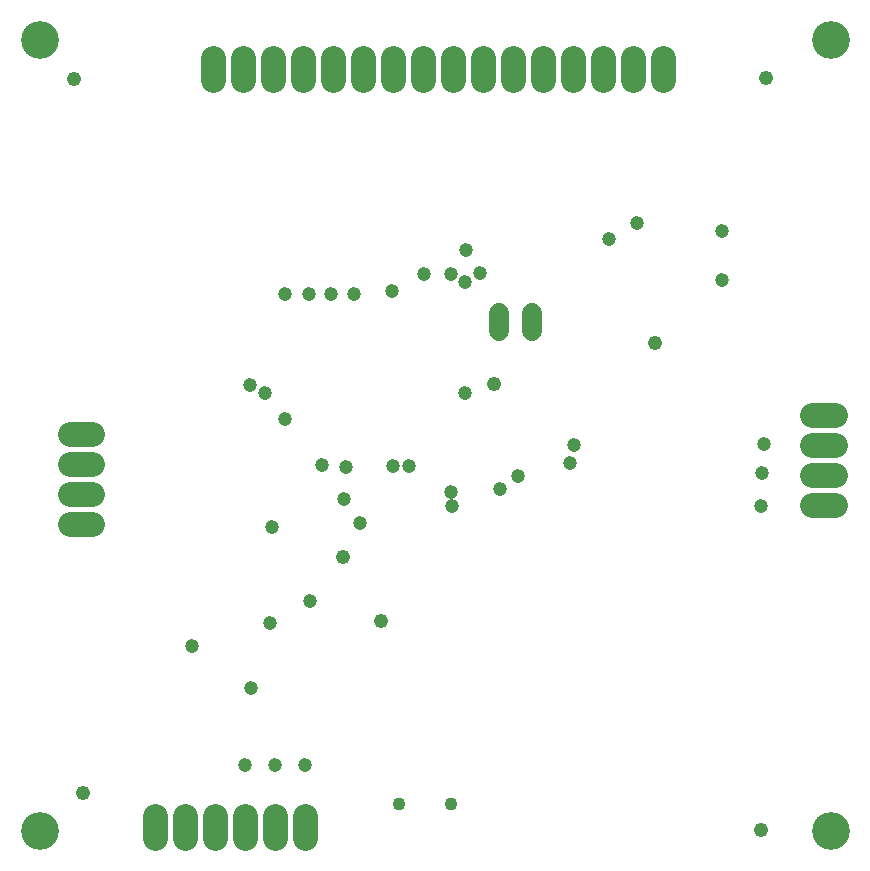
<source format=gbs>
G75*
%MOIN*%
%OFA0B0*%
%FSLAX25Y25*%
%IPPOS*%
%LPD*%
%AMOC8*
5,1,8,0,0,1.08239X$1,22.5*
%
%ADD10C,0.12611*%
%ADD11C,0.08200*%
%ADD12C,0.04343*%
%ADD13C,0.06800*%
%ADD14C,0.04762*%
%ADD15C,0.04700*%
D10*
X0024528Y0020985D03*
X0288308Y0020985D03*
X0288308Y0284765D03*
X0024528Y0284765D03*
D11*
X0082245Y0278661D02*
X0082245Y0271261D01*
X0092245Y0271261D02*
X0092245Y0278661D01*
X0102245Y0278661D02*
X0102245Y0271261D01*
X0112245Y0271261D02*
X0112245Y0278661D01*
X0122245Y0278661D02*
X0122245Y0271261D01*
X0132245Y0271261D02*
X0132245Y0278661D01*
X0142245Y0278661D02*
X0142245Y0271261D01*
X0152245Y0271261D02*
X0152245Y0278661D01*
X0162245Y0278661D02*
X0162245Y0271261D01*
X0172245Y0271261D02*
X0172245Y0278661D01*
X0182245Y0278661D02*
X0182245Y0271261D01*
X0192245Y0271261D02*
X0192245Y0278661D01*
X0202245Y0278661D02*
X0202245Y0271261D01*
X0212245Y0271261D02*
X0212245Y0278661D01*
X0222245Y0278661D02*
X0222245Y0271261D01*
X0232245Y0271261D02*
X0232245Y0278661D01*
X0282128Y0159765D02*
X0289528Y0159765D01*
X0289528Y0149765D02*
X0282128Y0149765D01*
X0282128Y0139765D02*
X0289528Y0139765D01*
X0289528Y0129765D02*
X0282128Y0129765D01*
X0112875Y0026142D02*
X0112875Y0018742D01*
X0102875Y0018742D02*
X0102875Y0026142D01*
X0092875Y0026142D02*
X0092875Y0018742D01*
X0082875Y0018742D02*
X0082875Y0026142D01*
X0072875Y0026142D02*
X0072875Y0018742D01*
X0062875Y0018742D02*
X0062875Y0026142D01*
X0042008Y0123347D02*
X0034608Y0123347D01*
X0034608Y0133347D02*
X0042008Y0133347D01*
X0042008Y0143347D02*
X0034608Y0143347D01*
X0034608Y0153347D02*
X0042008Y0153347D01*
D12*
X0144410Y0030158D03*
X0161733Y0030158D03*
D13*
X0177729Y0187670D02*
X0177729Y0193670D01*
X0188729Y0193670D02*
X0188729Y0187670D01*
D14*
X0176103Y0170198D03*
X0229646Y0183583D03*
X0266654Y0272166D03*
X0125709Y0112324D03*
X0138308Y0091064D03*
X0039095Y0033583D03*
X0265080Y0021379D03*
X0035946Y0271772D03*
D15*
X0106418Y0200119D03*
X0114292Y0200119D03*
X0121772Y0200119D03*
X0129253Y0200119D03*
X0141851Y0200906D03*
X0152481Y0206812D03*
X0161536Y0206812D03*
X0166261Y0204056D03*
X0171379Y0207206D03*
X0166654Y0214686D03*
X0214292Y0218229D03*
X0223741Y0223741D03*
X0252087Y0220985D03*
X0252087Y0204843D03*
X0265867Y0150119D03*
X0265473Y0140276D03*
X0265080Y0129253D03*
X0201300Y0143820D03*
X0202481Y0149725D03*
X0183977Y0139489D03*
X0178072Y0135158D03*
X0161536Y0133977D03*
X0161930Y0129253D03*
X0147757Y0142639D03*
X0142245Y0142639D03*
X0126497Y0142245D03*
X0118623Y0143032D03*
X0126103Y0131615D03*
X0131221Y0123741D03*
X0102087Y0122560D03*
X0114686Y0097757D03*
X0101300Y0090276D03*
X0095001Y0068623D03*
X0075316Y0082796D03*
X0093032Y0043032D03*
X0102875Y0043032D03*
X0113111Y0043032D03*
X0106418Y0158387D03*
X0099725Y0167048D03*
X0094607Y0169804D03*
X0166261Y0167048D03*
M02*

</source>
